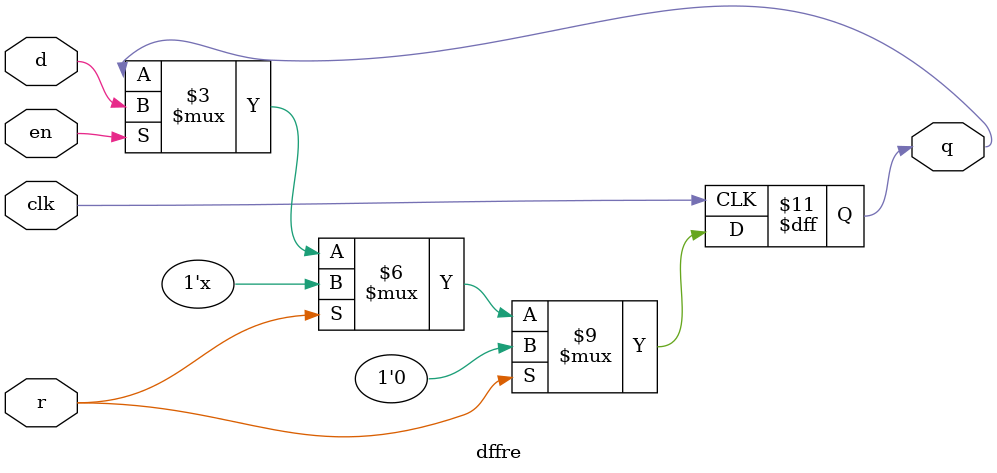
<source format=v>
module dffre(d, en, r, clk, q);
    input en, r, clk;
    input d; // 输入
    output reg q; // 输出

    always @ (posedge clk)
        if (r) // 清零
			q = 0;
        else if (en) // 使能正常工作
			q = d;
        else // 保持
			q = q;
endmodule

</source>
